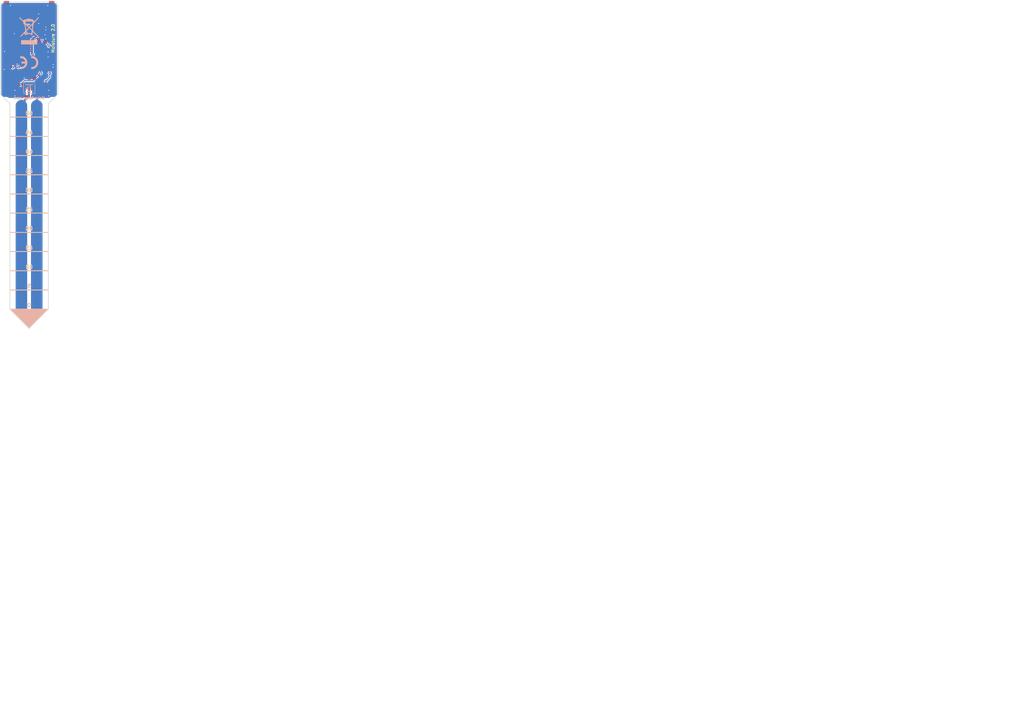
<source format=kicad_pcb>
(kicad_pcb (version 4) (host pcbnew 4.0.7-e2-6376~58~ubuntu17.04.1)
  (title_block (title "Moisture Bricklet") (rev 1.1) (company "Tinkerforge GmbH") (comment 1 "Licensed under CERN OHL v.1.1") (comment 2 "Copyright (©) 2014, B.Nordmeyer <bastian@tinkerforge.com>"))
  (layers (0 F.Cu signal) (31 B.Cu signal hide) (34 B.Paste user) (35 F.Paste user) (36 B.SilkS user) (37 F.SilkS user) (38 B.Mask user) (39 F.Mask user) (44 Edge.Cuts user))
  (net 0 "")
  (net 1 GND)
  (net 2 VCC)
  (net 3 "Net-(P1-Pad4)")
  (net 4 "Net-(P1-Pad5)")
  (net 5 "Net-(P1-Pad6)")
  (net 6 "Net-(R3-Pad1)")
  (net 7 CLK-EN)
  (net 8 S-MISO)
  (net 9 S-MOSI)
  (net 10 S-CLK)
  (net 11 S-CS)
  (net 12 SCL)
  (net 13 SDA)
  (net 14 "Net-(C2-Pad2)")
  (net 15 "Net-(C6-Pad1)")
  (net 16 "Net-(C9-Pad1)")
  (net 17 "Net-(C10-Pad1)")
  (net 18 "Net-(D1-Pad2)")
  (net 19 "Net-(D2-Pad1)")
  (net 20 "Net-(P2-Pad1)")
  (net 21 "Net-(Q1-Pad3)")
  (net 22 "Net-(R1-Pad1)")
  (net 23 "Net-(R6-Pad1)")
  (net 24 "Net-(P3-Pad2)")
  (net 25 SIG)
  (module C0603F (layer F.Cu) (at 139.4 77.8)
    (fp_text reference C5)
    (fp_text value 1uF)
    (pad 1 smd rect (at -0.75 0) (size 0.9 0.9) (layers F.Cu F.Paste F.Mask) (net 2 VCC))
    (pad 2 smd rect (at 0.75 0) (size 0.9 0.9) (layers F.Cu F.Paste F.Mask) (net 1 GND))
  )
  (module C0603F (layer F.Cu) (at 139.4 80.4)
    (fp_text reference C6)
    (fp_text value 1uF)
    (pad 1 smd rect (at -0.75 0) (size 0.9 0.9) (layers F.Cu F.Paste F.Mask) (net 15 "Net-(C6-Pad1)"))
    (pad 2 smd rect (at 0.75 0) (size 0.9 0.9) (layers F.Cu F.Paste F.Mask) (net 1 GND))
  )
  (module C0603F (layer F.Cu) (at 139.4 81.7)
    (fp_text reference C7)
    (fp_text value 100nF)
    (pad 1 smd rect (at -0.75 0) (size 0.9 0.9) (layers F.Cu F.Paste F.Mask) (net 15 "Net-(C6-Pad1)"))
    (pad 2 smd rect (at 0.75 0) (size 0.9 0.9) (layers F.Cu F.Paste F.Mask) (net 1 GND))
  )
  (module C0603F (layer F.Cu) (at 130.3 84.1 180)
    (fp_text reference C8)
    (fp_text value 100nF)
    (pad 1 smd rect (at -0.75 0 180) (size 0.9 0.9) (layers F.Cu F.Paste F.Mask) (net 2 VCC))
    (pad 2 smd rect (at 0.75 0 180) (size 0.9 0.9) (layers F.Cu F.Paste F.Mask) (net 1 GND))
  )
  (module C0603F (layer F.Cu) (at 139.5 91.8)
    (fp_text reference C9)
    (fp_text value TBD)
    (pad 1 smd rect (at -0.75 0) (size 0.9 0.9) (layers F.Cu F.Paste F.Mask) (net 16 "Net-(C9-Pad1)"))
    (pad 2 smd rect (at 0.75 0) (size 0.9 0.9) (layers F.Cu F.Paste F.Mask) (net 1 GND))
  )
  (module C0603F (layer F.Cu) (at 133.9 91.8 180)
    (fp_text reference C10)
    (fp_text value TBD)
    (pad 1 smd rect (at -0.75 0 180) (size 0.9 0.9) (layers F.Cu F.Paste F.Mask) (net 17 "Net-(C10-Pad1)"))
    (pad 2 smd rect (at 0.75 0 180) (size 0.9 0.9) (layers F.Cu F.Paste F.Mask) (net 1 GND))
  )
  (module R0603F (layer F.Cu) (at 136 87.9 90)
    (fp_text reference R5)
    (fp_text value 68)
    (pad 1 smd rect (at -0.75 0 90) (size 0.9 0.9) (layers F.Cu F.Paste F.Mask) (net 25 SIG))
    (pad 2 smd rect (at 0.75 0 90) (size 0.9 0.9) (layers F.Cu F.Paste F.Mask) (net 21 "Net-(Q1-Pad3)"))
  )
  (module R0603F (layer F.Cu) (at 134.6 89.6 270)
    (fp_text reference R6)
    (fp_text value 1k)
    (pad 1 smd rect (at -0.75 0 270) (size 0.9 0.9) (layers F.Cu F.Paste F.Mask) (net 23 "Net-(R6-Pad1)"))
    (pad 2 smd rect (at 0.75 0 270) (size 0.9 0.9) (layers F.Cu F.Paste F.Mask) (net 17 "Net-(C10-Pad1)"))
  )
  (module R0603F (layer F.Cu) (at 133.1 89.6 90)
    (fp_text reference R7)
    (fp_text value DNP)
    (pad 1 smd rect (at -0.75 0 90) (size 0.9 0.9) (layers F.Cu F.Paste F.Mask) (net 1 GND))
    (pad 2 smd rect (at 0.75 0 90) (size 0.9 0.9) (layers F.Cu F.Paste F.Mask) (net 23 "Net-(R6-Pad1)"))
  )
  (module 4X0402 (layer F.Cu) (at 134.2 74.4 180)
    (fp_text reference RP1)
    (fp_text value TBD)
    (pad 1 smd rect (at -0.7493 0.575) (size 0.29972 0.65) (layers F.Cu F.Paste F.Mask) (net 3 "Net-(P1-Pad4)"))
    (pad 2 smd rect (at -0.24892 0.575) (size 0.29972 0.65) (layers F.Cu F.Paste F.Mask) (net 4 "Net-(P1-Pad5)"))
    (pad 3 smd rect (at 0.24892 0.575) (size 0.29972 0.65) (layers F.Cu F.Paste F.Mask) (net 5 "Net-(P1-Pad6)"))
    (pad 4 smd rect (at 0.7493 0.575) (size 0.29972 0.65) (layers F.Cu F.Paste F.Mask) (net 14 "Net-(C2-Pad2)"))
    (pad 5 smd rect (at 0.7493 -0.575 180) (size 0.29972 0.65) (layers F.Cu F.Paste F.Mask) (net 8 S-MISO))
    (pad 6 smd rect (at 0.24892 -0.575 180) (size 0.29972 0.65) (layers F.Cu F.Paste F.Mask) (net 9 S-MOSI))
    (pad 7 smd rect (at -0.24892 -0.575 180) (size 0.29972 0.65) (layers F.Cu F.Paste F.Mask) (net 10 S-CLK))
    (pad 8 smd rect (at -0.7493 -0.575 180) (size 0.29972 0.65) (layers F.Cu F.Paste F.Mask) (net 11 S-CS))
  )
  (module 4X0603 (layer F.Cu) (at 136.8 84.5 90)
    (fp_text reference RP2)
    (fp_text value 1k)
    (pad 1 smd rect (at -1.19888 -0.8509 90) (size 0.44958 0.89916) (layers F.Cu F.Paste F.Mask) (net 2 VCC))
    (pad 2 smd rect (at -0.39878 -0.8509 90) (size 0.44958 0.89916) (layers F.Cu F.Paste F.Mask) (net 2 VCC))
    (pad 3 smd rect (at 0.39878 -0.8509 90) (size 0.44958 0.89916) (layers F.Cu F.Paste F.Mask) (net 2 VCC))
    (pad 4 smd rect (at 1.19888 -0.8509 90) (size 0.44958 0.89916) (layers F.Cu F.Paste F.Mask) (net 2 VCC))
    (pad 5 smd rect (at 1.19888 0.8509 90) (size 0.44958 0.89916) (layers F.Cu F.Paste F.Mask) (net 13 SDA))
    (pad 6 smd rect (at 0.39878 0.8509 90) (size 0.44958 0.89916) (layers F.Cu F.Paste F.Mask))
    (pad 7 smd rect (at -0.39878 0.8509 90) (size 0.44958 0.89916) (layers F.Cu F.Paste F.Mask))
    (pad 8 smd rect (at -1.19888 0.8509 90) (size 0.44958 0.89916) (layers F.Cu F.Paste F.Mask) (net 12 SCL))
  )
  (module C0805 (layer F.Cu) (at 138.5 74.3 180)
    (fp_text reference C1)
    (fp_text value 10uF)
    (pad 1 smd rect (at -1.00076 0 180) (size 1.00076 1.24968) (layers F.Cu F.Paste F.Mask) (net 1 GND) (clearance 0.14986))
    (pad 2 smd rect (at 1.00076 0 180) (size 1.00076 1.24968) (layers F.Cu F.Paste F.Mask) (net 2 VCC) (clearance 0.14986))
  )
  (module C0603F (layer F.Cu) (at 138.6 75.9 180)
    (fp_text reference C3)
    (fp_text value 1uF)
    (pad 1 smd rect (at -0.75 0 180) (size 0.9 0.9) (layers F.Cu F.Paste F.Mask) (net 1 GND))
    (pad 2 smd rect (at 0.75 0 180) (size 0.9 0.9) (layers F.Cu F.Paste F.Mask) (net 2 VCC))
  )
  (module C0603F (layer F.Cu) (at 133.85 82.85 180)
    (fp_text reference C4)
    (fp_text value 100nF)
    (pad 1 smd rect (at -0.75 0 180) (size 0.9 0.9) (layers F.Cu F.Paste F.Mask) (net 2 VCC))
    (pad 2 smd rect (at 0.75 0 180) (size 0.9 0.9) (layers F.Cu F.Paste F.Mask) (net 1 GND))
  )
  (module D0603E (layer F.Cu) (at 130.3 82.7 180)
    (fp_text reference D1)
    (fp_text value blue)
    (pad 1 smd rect (at -0.8501 0 180) (size 1.1 1) (layers F.Cu F.Paste F.Mask) (net 2 VCC))
    (pad 2 smd rect (at 0.8501 0 180) (size 1.1 1) (layers F.Cu F.Paste F.Mask) (net 18 "Net-(D1-Pad2)"))
  )
  (module CON-SENSOR2 (layer F.Cu) (at 136 67.1 180)
    (fp_text reference P1)
    (fp_text value CON-SENSOR2)
    (pad 1 smd rect (at -3.75 -4.6 180) (size 0.6 1.8) (layers F.Cu F.Paste F.Mask))
    (pad 2 smd rect (at -2.5 -4.6 180) (size 0.6 1.8) (layers F.Cu F.Paste F.Mask) (net 1 GND))
    (pad EP smd rect (at -5.9 -1.2 180) (size 1.4 2.4) (layers F.Cu F.Paste F.Mask) (net 1 GND))
    (pad EP smd rect (at 5.9 -1.2 180) (size 1.4 2.4) (layers F.Cu F.Paste F.Mask) (net 1 GND))
    (pad 3 smd rect (at -1.25 -4.6 180) (size 0.6 1.8) (layers F.Cu F.Paste F.Mask) (net 2 VCC))
    (pad 4 smd rect (at 0 -4.6 180) (size 0.6 1.8) (layers F.Cu F.Paste F.Mask) (net 3 "Net-(P1-Pad4)"))
    (pad 5 smd rect (at 1.25 -4.6 180) (size 0.6 1.8) (layers F.Cu F.Paste F.Mask) (net 4 "Net-(P1-Pad5)"))
    (pad 6 smd rect (at 2.5 -4.6 180) (size 0.6 1.8) (layers F.Cu F.Paste F.Mask) (net 5 "Net-(P1-Pad6)"))
    (pad 7 smd rect (at 3.75 -4.6 180) (size 0.6 1.8) (layers F.Cu F.Paste F.Mask) (net 14 "Net-(C2-Pad2)"))
  )
  (module kicad-libraries:DEBUG_PAD (layer F.Cu) (at 129.8 77.4)
    (fp_text reference P2)
    (fp_text value DEBUG)
    (pad 1 smd circle (at 0 0) (size 0.7 0.7) (layers F.Cu F.Paste F.Mask) (net 20 "Net-(P2-Pad1)"))
  )
  (module kicad-libraries:SolderJumper (layer F.Cu) (at 130.1 79.2)
    (fp_text reference P3)
    (fp_text value BOOT)
    (pad 2 smd rect (at 0.55 0) (size 0.3 1.4) (layers F.Cu F.Mask) (net 24 "Net-(P3-Pad2)"))
    (pad 2 smd rect (at 0.15 0) (size 0.6 0.5) (layers F.Cu F.Mask) (net 24 "Net-(P3-Pad2)"))
    (pad 1 smd rect (at -0.5 0) (size 0.4 1.4) (layers F.Cu F.Mask) (net 1 GND))
    (pad 1 smd rect (at -0.225 0.55) (size 0.95 0.3) (layers F.Cu F.Mask) (net 1 GND))
    (pad 1 smd rect (at -0.225 -0.55) (size 0.95 0.3) (layers F.Cu F.Mask) (net 1 GND))
  )
  (module R0603F (layer F.Cu) (at 130.3 81.3 180)
    (fp_text reference R1)
    (fp_text value 1k)
    (pad 1 smd rect (at -0.75 0 180) (size 0.9 0.9) (layers F.Cu F.Paste F.Mask) (net 22 "Net-(R1-Pad1)"))
    (pad 2 smd rect (at 0.75 0 180) (size 0.9 0.9) (layers F.Cu F.Paste F.Mask) (net 18 "Net-(D1-Pad2)"))
  )
  (module R0603F (layer F.Cu) (at 137.4 87.9 90)
    (fp_text reference R2)
    (fp_text value 68)
    (pad 1 smd rect (at -0.75 0 90) (size 0.9 0.9) (layers F.Cu F.Paste F.Mask) (net 19 "Net-(D2-Pad1)"))
    (pad 2 smd rect (at 0.75 0 90) (size 0.9 0.9) (layers F.Cu F.Paste F.Mask) (net 21 "Net-(Q1-Pad3)"))
  )
  (module R0603F (layer F.Cu) (at 138.8 89.6 270)
    (fp_text reference R3)
    (fp_text value 1k)
    (pad 1 smd rect (at -0.75 0 270) (size 0.9 0.9) (layers F.Cu F.Paste F.Mask) (net 6 "Net-(R3-Pad1)"))
    (pad 2 smd rect (at 0.75 0 270) (size 0.9 0.9) (layers F.Cu F.Paste F.Mask) (net 16 "Net-(C9-Pad1)"))
  )
  (module R0603F (layer F.Cu) (at 140.3 89.6 90)
    (fp_text reference R4)
    (fp_text value DNP)
    (pad 1 smd rect (at -0.75 0 90) (size 0.9 0.9) (layers F.Cu F.Paste F.Mask) (net 1 GND))
    (pad 2 smd rect (at 0.75 0 90) (size 0.9 0.9) (layers F.Cu F.Paste F.Mask) (net 6 "Net-(R3-Pad1)"))
  )
  (module kicad-libraries:QFN24-4x4mm-0.5mm (layer F.Cu) (at 134.5 79)
    (fp_text reference U1)
    (fp_text value XMC1XXX24)
    (pad 1 smd oval (at -2.025 -1.25) (size 1 0.3) (layers F.Cu F.Paste F.Mask) (net 8 S-MISO))
    (pad 2 smd oval (at -2.025 -0.75) (size 1 0.3) (layers F.Cu F.Paste F.Mask) (net 20 "Net-(P2-Pad1)"))
    (pad 3 smd oval (at -2.025 -0.25) (size 1 0.3) (layers F.Cu F.Paste F.Mask))
    (pad 4 smd oval (at -2.025 0.25) (size 1 0.3) (layers F.Cu F.Paste F.Mask) (net 24 "Net-(P3-Pad2)"))
    (pad 5 smd oval (at -2.025 0.75) (size 1 0.3) (layers F.Cu F.Paste F.Mask))
    (pad 6 smd oval (at -2.025 1.25) (size 1 0.3) (layers F.Cu F.Paste F.Mask))
    (pad 7 smd oval (at -1.25 2.025 90) (size 1 0.3) (layers F.Cu F.Paste F.Mask) (net 22 "Net-(R1-Pad1)"))
    (pad 8 smd oval (at -0.75 2.025 90) (size 1 0.3) (layers F.Cu F.Paste F.Mask) (net 7 CLK-EN))
    (pad 9 smd oval (at -0.25 2.025 90) (size 1 0.3) (layers F.Cu F.Paste F.Mask) (net 1 GND))
    (pad 10 smd oval (at 0.25 2.025 90) (size 1 0.3) (layers F.Cu F.Paste F.Mask) (net 2 VCC))
    (pad 11 smd oval (at 0.75 2.025 90) (size 1 0.3) (layers F.Cu F.Paste F.Mask))
    (pad 12 smd oval (at 1.25 2.025 90) (size 1 0.3) (layers F.Cu F.Paste F.Mask))
    (pad 13 smd oval (at 2.025 1.25) (size 1 0.3) (layers F.Cu F.Paste F.Mask))
    (pad 14 smd oval (at 2.025 0.75) (size 1 0.3) (layers F.Cu F.Paste F.Mask))
    (pad 15 smd oval (at 2.025 0.25) (size 1 0.3) (layers F.Cu F.Paste F.Mask))
    (pad 16 smd oval (at 2.025 -0.25) (size 1 0.3) (layers F.Cu F.Paste F.Mask))
    (pad 17 smd oval (at 2.025 -0.75) (size 1 0.3) (layers F.Cu F.Paste F.Mask) (net 13 SDA))
    (pad 18 smd oval (at 2.025 -1.25) (size 1 0.3) (layers F.Cu F.Paste F.Mask))
    (pad 19 smd oval (at 1.25 -2.025 90) (size 1 0.3) (layers F.Cu F.Paste F.Mask) (net 12 SCL))
    (pad 20 smd oval (at 0.75 -2.025 90) (size 1 0.3) (layers F.Cu F.Paste F.Mask))
    (pad 21 smd oval (at 0.25 -2.025 90) (size 1 0.3) (layers F.Cu F.Paste F.Mask))
    (pad 22 smd oval (at -0.25 -2.025 90) (size 1 0.3) (layers F.Cu F.Paste F.Mask) (net 11 S-CS))
    (pad 23 smd oval (at -0.75 -2.025 90) (size 1 0.3) (layers F.Cu F.Paste F.Mask) (net 10 S-CLK))
    (pad 24 smd oval (at -1.25 -2.025 90) (size 1 0.3) (layers F.Cu F.Paste F.Mask) (net 9 S-MOSI))
    (pad EXP smd rect (at 0.65 0.65) (size 1.3 1.3) (layers F.Cu F.Paste F.Mask) (net 1 GND))
    (pad EXP smd rect (at 0.65 -0.65) (size 1.3 1.3) (layers F.Cu F.Paste F.Mask) (net 1 GND))
    (pad EXP smd rect (at -0.65 0.65) (size 1.3 1.3) (layers F.Cu F.Paste F.Mask) (net 1 GND))
    (pad EXP smd rect (at -0.65 -0.65) (size 1.3 1.3) (layers F.Cu F.Paste F.Mask) (net 1 GND))
  )
  (module R0603F (layer F.Cu) (at 139.4 79.1)
    (fp_text reference L1)
    (fp_text value INDUCT)
    (pad 1 smd rect (at -0.75 0) (size 0.9 0.9) (layers F.Cu F.Paste F.Mask) (net 2 VCC))
    (pad 2 smd rect (at 0.75 0) (size 0.9 0.9) (layers F.Cu F.Paste F.Mask) (net 15 "Net-(C6-Pad1)"))
  )
  (module CRYSTAL_3225_4 (layer F.Cu) (at 132.6 86.3)
    (fp_text reference Q1)
    (fp_text value Oscillator)
    (pad 4 smd rect (at -1.09982 -0.8001) (size 1.39954 1.15062) (layers F.Cu F.Paste F.Mask) (net 2 VCC))
    (pad 3 smd rect (at 1.09982 -0.8001) (size 1.39954 1.15062) (layers F.Cu F.Paste F.Mask) (net 21 "Net-(Q1-Pad3)"))
    (pad 1 smd rect (at -1.09982 0.8001) (size 1.39954 1.15062) (layers F.Cu F.Paste F.Mask) (net 7 CLK-EN))
    (pad 2 smd rect (at 1.09982 0.8001) (size 1.39954 1.15062) (layers F.Cu F.Paste F.Mask) (net 1 GND))
  )
  (module kicad-libraries:Logo_31x31 (layer B.Cu) (at 137.6 88.15 180)
    (fp_text reference G*** hide)
    (fp_text value Logo_31x31 hide)
  )
  (module kicad-libraries:WEEE_7mm (layer B.Cu) (at 136 74.85 180)
    (fp_text reference VAL hide)
    (fp_text value WEEE_7mm hide)
  )
  (module kicad-libraries:CE_5mm (layer B.Cu) (at 136 83.15 180)
    (fp_text reference VAL hide)
    (fp_text value CE_5mm hide)
  )
  (module kicad-libraries:SOT23-6 (layer F.Cu) (at 140.2 84.1 90)
    (fp_text reference U2)
    (fp_text value MCP3425)
    (pad 1 smd rect (at -0.94996 1.19888 90) (size 0.50038 0.8001) (layers F.Cu F.Paste F.Mask) (net 6 "Net-(R3-Pad1)") (clearance 0.14986))
    (pad 2 smd rect (at 0 1.19888 90) (size 0.50038 0.8001) (layers F.Cu F.Paste F.Mask) (net 1 GND) (clearance 0.14986))
    (pad 3 smd rect (at 0.94996 1.19888 90) (size 0.50038 0.8001) (layers F.Cu F.Paste F.Mask) (net 12 SCL) (clearance 0.14986))
    (pad 6 smd rect (at -0.94996 -1.19888 90) (size 0.50038 0.8001) (layers F.Cu F.Paste F.Mask) (net 23 "Net-(R6-Pad1)") (clearance 0.14986))
    (pad 4 smd rect (at 0.94996 -1.19888 90) (size 0.50038 0.8001) (layers F.Cu F.Paste F.Mask) (net 13 SDA) (clearance 0.14986))
    (pad 5 smd rect (at 0 -1.19888 90) (size 0.50038 0.8001) (layers F.Cu F.Paste F.Mask) (net 15 "Net-(C6-Pad1)") (clearance 0.14986))
  )
  (module kicad-libraries:SOT363 (layer F.Cu) (at 136.7 91 270)
    (fp_text reference D2)
    (fp_text value BAT54TW)
    (pad 1 smd rect (at -0.9 -0.75 270) (size 0.6 0.6) (layers F.Cu F.Paste F.Mask) (net 19 "Net-(D2-Pad1)"))
    (pad 3 smd rect (at -0.9 0.75 270) (size 0.6 0.6) (layers F.Cu F.Paste F.Mask) (net 25 SIG))
    (pad 4 smd rect (at 0.9 0.75 270) (size 0.6 0.6) (layers F.Cu F.Paste F.Mask) (net 17 "Net-(C10-Pad1)"))
    (pad 6 smd rect (at 0.9 -0.75 270) (size 0.6 0.6) (layers F.Cu F.Paste F.Mask) (net 16 "Net-(C9-Pad1)"))
    (pad 2 smd rect (at -0.9 0 270) (size 0.6 0.4) (layers F.Cu F.Paste F.Mask))
    (pad 5 smd rect (at 0.9 0 270) (size 0.6 0.4) (layers F.Cu F.Paste F.Mask))
  )
  (module kicad-libraries:C0402F (layer F.Cu) (at 132.4 74.25 90)
    (fp_text reference C2)
    (fp_text value TBD)
    (pad 2 smd rect (at 0.5 0 90) (size 0.6 0.7) (layers F.Cu F.Paste F.Mask) (net 14 "Net-(C2-Pad2)"))
    (pad 1 smd rect (at -0.5 0 90) (size 0.6 0.7) (layers F.Cu F.Paste F.Mask) (net 1 GND))
  )
  (gr_line (start 131 93.85) (end 131 147.35) (angle 90) (layer Edge.Cuts) (width 0.15))
  (gr_line (start 141 147.35) (end 141 93.85) (angle 90) (layer Edge.Cuts) (width 0.15))
  (gr_line (start 128.5 91.35) (end 131 93.85) (angle 90) (layer Edge.Cuts) (width 0.15))
  (gr_line (start 143.5 91.35) (end 141 93.85) (angle 90) (layer Edge.Cuts) (width 0.15))
  (gr_line (start 131 147.35) (end 136 152.35) (angle 90) (layer F.SilkS) (width 0.2))
  (gr_text 0 (at 136 146.35) (layer B.SilkS) (effects (font (size 1 1)) (justify mirror)))
  (gr_text 5 (at 136 141.35) (layer B.SilkS) (effects (font (size 1 1)) (justify mirror)))
  (gr_text 10 (at 136 136.35) (layer B.SilkS) (effects (font (size 1 1)) (justify mirror)))
  (gr_text 15 (at 136 131.35) (layer B.SilkS) (effects (font (size 1 1)) (justify mirror)))
  (gr_text 20 (at 136 126.35) (layer B.SilkS) (effects (font (size 1 1)) (justify mirror)))
  (gr_text 25 (at 136 121.35) (layer B.SilkS) (effects (font (size 1 1)) (justify mirror)))
  (gr_text 30 (at 136 116.35) (layer B.SilkS) (effects (font (size 1 1)) (justify mirror)))
  (gr_text 35 (at 136 111.35) (layer B.SilkS) (effects (font (size 1 1)) (justify mirror)))
  (gr_text 40 (at 136 106.35) (layer B.SilkS) (effects (font (size 1 1)) (justify mirror)))
  (gr_text 45 (at 136 101.35) (layer B.SilkS) (effects (font (size 1 1)) (justify mirror)))
  (gr_text 50 (at 136 96.35) (layer B.SilkS) (effects (font (size 1 1)) (justify mirror)))
  (gr_text 50 (at 136 96.35) (layer F.SilkS) (effects (font (size 1 1))))
  (gr_line (start 141 97.35) (end 131 97.35) (angle 90) (layer F.SilkS) (width 0.2))
  (gr_line (start 141 97.35) (end 131 97.35) (angle 90) (layer B.SilkS) (width 0.2))
  (gr_text 45 (at 136 101.35) (layer F.SilkS) (effects (font (size 1 1))))
  (gr_text 40 (at 136 106.35) (layer F.SilkS) (effects (font (size 1 1))))
  (gr_text 35 (at 136 111.35) (layer F.SilkS) (effects (font (size 1 1))))
  (gr_text 30 (at 136 116.35) (layer F.SilkS) (effects (font (size 1 1))))
  (gr_text 25 (at 136 121.35) (layer F.SilkS) (effects (font (size 1 1))))
  (gr_text 20 (at 136 126.35) (layer F.SilkS) (effects (font (size 1 1))))
  (gr_text 15 (at 136 131.35) (layer F.SilkS) (effects (font (size 1 1))))
  (gr_text 10 (at 136 136.35) (layer F.SilkS) (effects (font (size 1 1))))
  (gr_text 5 (at 136 141.35) (layer F.SilkS) (effects (font (size 1 1))))
  (gr_text 0 (at 136 146.35) (layer F.SilkS) (effects (font (size 1 1))))
  (gr_line (start 141 117.35) (end 131 117.35) (angle 90) (layer B.SilkS) (width 0.2))
  (gr_line (start 141 102.35) (end 131 102.35) (angle 90) (layer B.SilkS) (width 0.2))
  (gr_line (start 131 107.35) (end 141 107.35) (angle 90) (layer B.SilkS) (width 0.2))
  (gr_line (start 141 112.35) (end 131 112.35) (angle 90) (layer B.SilkS) (width 0.2))
  (gr_line (start 131 122.35) (end 141 122.35) (angle 90) (layer B.SilkS) (width 0.2))
  (gr_line (start 141 127.35) (end 131 127.35) (angle 90) (layer B.SilkS) (width 0.2))
  (gr_line (start 131 132.35) (end 141 132.35) (angle 90) (layer B.SilkS) (width 0.2))
  (gr_line (start 141 137.35) (end 131 137.35) (angle 90) (layer B.SilkS) (width 0.2))
  (gr_line (start 131 142.35) (end 141 142.35) (angle 90) (layer B.SilkS) (width 0.2))
  (gr_line (start 141 147.35) (end 131 147.35) (angle 90) (layer B.SilkS) (width 0.2))
  (gr_line (start 141 102.35) (end 131 102.35) (angle 90) (layer F.SilkS) (width 0.2))
  (gr_line (start 141 107.35) (end 131 107.35) (angle 90) (layer F.SilkS) (width 0.2))
  (gr_line (start 141 112.35) (end 131 112.35) (angle 90) (layer F.SilkS) (width 0.2))
  (gr_line (start 141 117.35) (end 131 117.35) (angle 90) (layer F.SilkS) (width 0.2))
  (gr_line (start 141 122.35) (end 131 122.35) (angle 90) (layer F.SilkS) (width 0.2))
  (gr_line (start 141 127.35) (end 131 127.35) (angle 90) (layer F.SilkS) (width 0.2))
  (gr_line (start 141 132.35) (end 131 132.35) (angle 90) (layer F.SilkS) (width 0.2))
  (gr_line (start 141 137.35) (end 131 137.35) (angle 90) (layer F.SilkS) (width 0.2))
  (gr_line (start 141 142.35) (end 131 142.35) (angle 90) (layer F.SilkS) (width 0.2))
  (gr_line (start 141 147.35) (end 131 147.35) (angle 90) (layer F.SilkS) (width 0.2))
  (gr_line (start 143.5 68.35) (end 143.5 91.35) (angle 90) (layer Edge.Cuts) (width 0.15))
  (gr_line (start 129.5 67.35) (end 142.5 67.35) (angle 90) (layer Edge.Cuts) (width 0.15))
  (gr_line (start 128.5 91.35) (end 128.5 68.35) (angle 90) (layer Edge.Cuts) (width 0.15))
  (gr_arc (start 142.5 68.35) (end 142.5 67.35) (angle 90) (layer Edge.Cuts) (width 0.15))
  (gr_arc (start 129.5 68.35) (end 128.5 68.35) (angle 90) (layer Edge.Cuts) (width 0.15))
  (gr_line (start 136 152.35) (end 141 147.35) (angle 90) (layer Edge.Cuts) (width 0.15))
  (gr_line (start 136 152.35) (end 131 147.35) (angle 90) (layer Edge.Cuts) (width 0.15))
  (gr_text "Moisture 2.0" (at 142.25 76.85 90) (layer F.SilkS) (effects (font (size 0.8 0.8))))
  (gr_text tinkerforge.com (at 136 92.35) (layer B.SilkS) (effects (font (size 0.7 0.7)) (justify mirror)))
  (segment (start 129.6 79.2) (end 129.6 78.675) (width 0.254) (layer F.Cu) (net 1))
  (segment (start 129.6 78.675) (end 129.625 78.65) (width 0.254) (layer F.Cu) (net 1))
  (segment (start 129.625 78.65) (end 129.6 79.2) (width 0.254) (layer F.Cu) (net 1))
  (segment (start 129.6 79.2) (end 129.6 79.75) (width 0.254) (layer F.Cu) (net 1))
  (segment (start 129.6 79.2) (end 129.6 79.75) (width 0.254) (layer F.Cu) (net 1))
  (segment (start 129.6 79.2) (end 129.6 79.15) (width 0.254) (layer F.Cu) (net 1))
  (segment (start 138 147.35) (end 138 94.35) (width 3) (layer B.Cu) (net 1))
  (segment (start 138.05 91.8) (end 138 91.85) (width 0.5) (layer B.Cu) (net 1))
  (segment (start 138 91.85) (end 138 94.35) (width 0.5) (layer B.Cu) (net 1))
  (segment (start 141.15 91.8) (end 140.25 91.8) (width 0.5) (layer F.Cu) (net 1))
  (via (at 141.15 91.8) (size 0.7) (drill 0.25) (layers F.Cu B.Cu) (net 1))
  (segment (start 141.15 91.8) (end 138.05 91.8) (width 0.5) (layer B.Cu) (net 1))
  (segment (start 129.6 79.2) (end 129.625 79.225) (width 0.254) (layer F.Cu) (net 1))
  (segment (start 129.625 79.225) (end 129.625 80.275) (width 0.254) (layer F.Cu) (net 1))
  (via (at 129.625 80.275) (size 0.7) (drill 0.25) (layers F.Cu B.Cu) (net 1))
  (segment (start 141.39888 84.1) (end 142 84.1) (width 0.5) (layer F.Cu) (net 1))
  (via (at 142.275 84.375) (size 0.7) (drill 0.25) (layers F.Cu B.Cu) (net 1))
  (segment (start 142 84.1) (end 142.275 84.375) (width 0.5) (layer F.Cu) (net 1))
  (segment (start 141.39888 84.1) (end 141.85 84.1) (width 0.5) (layer F.Cu) (net 1))
  (via (at 142.275 83.675) (size 0.7) (drill 0.25) (layers F.Cu B.Cu) (net 1))
  (segment (start 141.85 84.1) (end 142.275 83.675) (width 0.5) (layer F.Cu) (net 1))
  (segment (start 129.55 84.1) (end 129.55 84.9) (width 0.5) (layer F.Cu) (net 1))
  (via (at 129.55 84.9) (size 0.7) (drill 0.25) (layers F.Cu B.Cu) (net 1))
  (segment (start 133.1 82.85) (end 133.1 83.325) (width 0.5) (layer F.Cu) (net 1))
  (via (at 132.9 83.525) (size 0.7) (drill 0.25) (layers F.Cu B.Cu) (net 1))
  (segment (start 133.1 83.325) (end 132.9 83.525) (width 0.5) (layer F.Cu) (net 1))
  (segment (start 140.15 77.8) (end 140.15 77.15) (width 0.5) (layer F.Cu) (net 1))
  (via (at 140.325 76.975) (size 0.7) (drill 0.25) (layers F.Cu B.Cu) (net 1))
  (segment (start 140.15 77.15) (end 140.325 76.975) (width 0.254) (layer F.Cu) (net 1))
  (segment (start 135.15 78.35) (end 135.15 79.65) (width 0.254) (layer F.Cu) (net 1))
  (segment (start 133.85 78.35) (end 135.15 78.35) (width 0.254) (layer F.Cu) (net 1))
  (segment (start 133.85 79.65) (end 133.85 78.35) (width 0.254) (layer F.Cu) (net 1))
  (segment (start 134.25 81.025) (end 134.25 80.05) (width 0.254) (layer F.Cu) (net 1))
  (segment (start 134.25 80.05) (end 133.85 79.65) (width 0.254) (layer F.Cu) (net 1))
  (segment (start 134.25 81.025) (end 134.25 81.9) (width 0.254) (layer F.Cu) (net 1))
  (segment (start 133.9 82.05) (end 133.1 82.85) (width 0.254) (layer F.Cu) (net 1))
  (segment (start 134.1 82.05) (end 133.9 82.05) (width 0.254) (layer F.Cu) (net 1))
  (segment (start 134.25 81.9) (end 134.1 82.05) (width 0.254) (layer F.Cu) (net 1))
  (segment (start 140.15 81.7) (end 140.95 81.7) (width 0.5) (layer F.Cu) (net 1))
  (via (at 140.95 81.7) (size 0.7) (drill 0.25) (layers F.Cu B.Cu) (net 1))
  (segment (start 140.15 80.4) (end 140.95 80.4) (width 0.5) (layer F.Cu) (net 1))
  (via (at 140.95 80.4) (size 0.7) (drill 0.25) (layers F.Cu B.Cu) (net 1))
  (segment (start 141.9 68.3) (end 140.85 68.3) (width 0.5) (layer F.Cu) (net 1))
  (via (at 140.85 68.3) (size 0.7) (drill 0.25) (layers F.Cu B.Cu) (net 1))
  (segment (start 130.1 68.3) (end 131.15 68.3) (width 0.5) (layer F.Cu) (net 1))
  (via (at 131.15 68.3) (size 0.7) (drill 0.25) (layers F.Cu B.Cu) (net 1))
  (segment (start 138.5 71.7) (end 138.5 70.45) (width 0.5) (layer F.Cu) (net 1))
  (via (at 138.5 70.45) (size 0.7) (drill 0.25) (layers F.Cu B.Cu) (net 1))
  (segment (start 138.5 71.7) (end 138.5 72.95) (width 0.5) (layer F.Cu) (net 1))
  (via (at 138.5 72.95) (size 0.7) (drill 0.25) (layers F.Cu B.Cu) (net 1))
  (segment (start 139.50076 74.3) (end 139.95 74.3) (width 0.5) (layer F.Cu) (net 1))
  (segment (start 139.95 74.3) (end 140.35 73.9) (width 0.5) (layer F.Cu) (net 1))
  (via (at 140.35 73.9) (size 0.7) (drill 0.25) (layers F.Cu B.Cu) (net 1))
  (segment (start 139.50076 74.3) (end 140.05 74.3) (width 0.5) (layer F.Cu) (net 1))
  (via (at 140.35 74.6) (size 0.7) (drill 0.25) (layers F.Cu B.Cu) (net 1))
  (segment (start 140.05 74.3) (end 140.35 74.6) (width 0.5) (layer F.Cu) (net 1))
  (segment (start 139.35 75.9) (end 140.15 75.9) (width 0.5) (layer F.Cu) (net 1))
  (via (at 140.15 75.9) (size 0.7) (drill 0.25) (layers F.Cu B.Cu) (net 1))
  (segment (start 133.69982 87.1001) (end 134.7499 87.1001) (width 0.5) (layer F.Cu) (net 1))
  (via (at 134.75 87.1) (size 0.7) (drill 0.25) (layers F.Cu B.Cu) (net 1))
  (segment (start 134.7499 87.1001) (end 134.75 87.1) (width 0.5) (layer F.Cu) (net 1))
  (segment (start 140.3 90.35) (end 141.15 90.35) (width 0.5) (layer F.Cu) (net 1))
  (via (at 141.15 90.35) (size 0.7) (drill 0.25) (layers F.Cu B.Cu) (net 1))
  (segment (start 133.15 91.8) (end 132.3 91.8) (width 0.5) (layer F.Cu) (net 1))
  (via (at 132.3 91.8) (size 0.7) (drill 0.25) (layers F.Cu B.Cu) (net 1))
  (segment (start 133.1 90.35) (end 132.3 90.35) (width 0.5) (layer F.Cu) (net 1))
  (via (at 132.3 90.35) (size 0.7) (drill 0.25) (layers F.Cu B.Cu) (net 1))
  (segment (start 132.4 74.9) (end 132.4 75.325) (width 0.254) (layer F.Cu) (net 1))
  (via (at 132.15 75.6) (size 0.7) (drill 0.25) (layers F.Cu B.Cu) (net 1))
  (segment (start 132.15 75.575) (end 132.15 75.6) (width 0.254) (layer F.Cu) (net 1))
  (segment (start 132.4 75.325) (end 132.15 75.575) (width 0.254) (layer F.Cu) (net 1))
  (segment (start 131.05 84.1) (end 131.425 84.1) (width 0.254) (layer F.Cu) (net 2))
  (segment (start 131.425 84.1) (end 131.7 84.375) (width 0.254) (layer F.Cu) (net 2))
  (segment (start 134.3 84.025) (end 135.225 83.1) (width 0.254) (layer F.Cu) (net 2))
  (segment (start 133.6 84.025) (end 134.3 84.025) (width 0.254) (layer F.Cu) (net 2))
  (segment (start 133.3 84.325) (end 133.6 84.025) (width 0.254) (layer F.Cu) (net 2))
  (via (at 133.3 84.325) (size 0.7) (drill 0.25) (layers F.Cu B.Cu) (net 2))
  (segment (start 131.75 84.325) (end 133.3 84.325) (width 0.254) (layer B.Cu) (net 2))
  (segment (start 131.7 84.375) (end 131.75 84.325) (width 0.254) (layer B.Cu) (net 2))
  (via (at 131.7 84.375) (size 0.7) (drill 0.25) (layers F.Cu B.Cu) (net 2))
  (via (at 137.9125 76.6625) (size 0.7) (drill 0.25) (layers F.Cu B.Cu) (net 2))
  (segment (start 134.6 82.85) (end 135.2 82.85) (width 0.5) (layer F.Cu) (net 2))
  (segment (start 135.475 82.575) (end 135.2 82.85) (width 0.5) (layer F.Cu) (net 2))
  (segment (start 135.875 82.575) (end 135.475 82.575) (width 0.5) (layer F.Cu) (net 2))
  (segment (start 136.95 81.5) (end 135.875 82.575) (width 0.5) (layer F.Cu) (net 2))
  (segment (start 136.95 81.025) (end 136.95 81.5) (width 0.5) (layer F.Cu) (net 2))
  (via (at 136.95 81.025) (size 0.7) (drill 0.25) (layers F.Cu B.Cu) (net 2))
  (segment (start 136.75 80.825) (end 136.95 81.025) (width 0.5) (layer B.Cu) (net 2))
  (segment (start 136.75 77.15) (end 136.75 80.825) (width 0.5) (layer B.Cu) (net 2))
  (segment (start 137.2375 76.6625) (end 136.75 77.15) (width 0.5) (layer B.Cu) (net 2))
  (segment (start 137.2375 76.6625) (end 137.9125 76.6625) (width 0.5) (layer B.Cu) (net 2))
  (segment (start 138.65 77.8) (end 138.65 77.4) (width 0.5) (layer F.Cu) (net 2))
  (segment (start 138.65 77.4) (end 137.9125 76.6625) (width 0.5) (layer F.Cu) (net 2))
  (segment (start 137.9125 76.6625) (end 137.85 76.6) (width 0.5) (layer F.Cu) (net 2))
  (segment (start 137.85 76.6) (end 137.85 75.9) (width 0.5) (layer F.Cu) (net 2))
  (segment (start 138.65 79.1) (end 138.65 77.8) (width 0.5) (layer F.Cu) (net 2))
  (segment (start 134.6 82.85) (end 134.975 82.85) (width 0.254) (layer F.Cu) (net 2))
  (segment (start 134.975 82.85) (end 135.225 83.1) (width 0.254) (layer F.Cu) (net 2))
  (segment (start 135.225 83.1) (end 135.42612 83.30112) (width 0.254) (layer F.Cu) (net 2))
  (segment (start 135.42612 83.30112) (end 135.9491 83.30112) (width 0.254) (layer F.Cu) (net 2))
  (segment (start 134.75 81.025) (end 134.75 82.1) (width 0.254) (layer F.Cu) (net 2))
  (segment (start 134.6 82.25) (end 134.6 82.85) (width 0.254) (layer F.Cu) (net 2))
  (segment (start 134.75 82.1) (end 134.6 82.25) (width 0.254) (layer F.Cu) (net 2))
  (segment (start 131.05 84.1) (end 131.05 82.8001) (width 0.5) (layer F.Cu) (net 2))
  (segment (start 131.05 82.8001) (end 131.1501 82.7) (width 0.5) (layer F.Cu) (net 2))
  (segment (start 131.05 84.1) (end 131.05 85.04972) (width 0.5) (layer F.Cu) (net 2))
  (segment (start 131.05 85.04972) (end 131.50018 85.4999) (width 0.5) (layer F.Cu) (net 2))
  (segment (start 135.9491 84.89878) (end 136.55 84.89878) (width 0.254) (layer F.Cu) (net 2))
  (segment (start 136.45 84.85) (end 136.55 84.85) (width 0.254) (layer F.Cu) (net 2))
  (segment (start 136.50122 84.85) (end 136.45 84.85) (width 0.254) (layer F.Cu) (net 2))
  (segment (start 136.55 84.89878) (end 136.50122 84.85) (width 0.254) (layer F.Cu) (net 2))
  (segment (start 135.9491 84.10122) (end 136.55 84.10122) (width 0.254) (layer F.Cu) (net 2))
  (segment (start 136.55 84.10122) (end 136.55 84.1) (width 0.254) (layer F.Cu) (net 2))
  (segment (start 135.9491 85.69888) (end 136.40112 85.69888) (width 0.254) (layer F.Cu) (net 2))
  (segment (start 136.55 83.6) (end 136.25112 83.30112) (width 0.254) (layer F.Cu) (net 2))
  (segment (start 136.55 85.55) (end 136.55 84.85) (width 0.254) (layer F.Cu) (net 2))
  (segment (start 136.55 84.85) (end 136.55 84.1) (width 0.254) (layer F.Cu) (net 2))
  (segment (start 136.55 84.1) (end 136.55 83.6) (width 0.254) (layer F.Cu) (net 2))
  (segment (start 136.40112 85.69888) (end 136.55 85.55) (width 0.254) (layer F.Cu) (net 2))
  (segment (start 136.25112 83.30112) (end 135.9491 83.30112) (width 0.254) (layer F.Cu) (net 2))
  (segment (start 137.49924 74.3) (end 137.49924 74.79924) (width 0.254) (layer F.Cu) (net 2))
  (segment (start 137.49924 74.79924) (end 137.85 75.15) (width 0.5) (layer F.Cu) (net 2))
  (segment (start 137.85 75.15) (end 137.85 75.9) (width 0.5) (layer F.Cu) (net 2))
  (segment (start 137.25 71.7) (end 137.25 74.05076) (width 0.5) (layer F.Cu) (net 2))
  (segment (start 137.25 74.05076) (end 137.49924 74.3) (width 0.254) (layer F.Cu) (net 2))
  (segment (start 136 71.7) (end 136 72.4) (width 0.254) (layer F.Cu) (net 3))
  (segment (start 136 72.4) (end 134.9493 73.4507) (width 0.254) (layer F.Cu) (net 3))
  (segment (start 134.9493 73.4507) (end 134.9493 73.825) (width 0.254) (layer F.Cu) (net 3))
  (segment (start 134.44892 73.825) (end 134.44892 73.323166) (width 0.254) (layer F.Cu) (net 4))
  (segment (start 134.75 73.022086) (end 134.75 71.7) (width 0.254) (layer F.Cu) (net 4))
  (segment (start 134.44892 73.323166) (end 134.75 73.022086) (width 0.254) (layer F.Cu) (net 4))
  (segment (start 133.95108 73.825) (end 133.95108 73.20108) (width 0.254) (layer F.Cu) (net 5))
  (segment (start 133.5 72.75) (end 133.5 71.7) (width 0.254) (layer F.Cu) (net 5))
  (segment (start 133.95108 73.20108) (end 133.5 72.75) (width 0.254) (layer F.Cu) (net 5))
  (segment (start 140.3 88.85) (end 140.3 88.1) (width 0.254) (layer F.Cu) (net 6))
  (segment (start 141.39888 85.89888) (end 141.39888 85.04996) (width 0.254) (layer F.Cu) (net 6))
  (segment (start 141.4 85.9) (end 141.39888 85.89888) (width 0.254) (layer F.Cu) (net 6))
  (via (at 141.4 85.9) (size 0.7) (drill 0.25) (layers F.Cu B.Cu) (net 6))
  (segment (start 141.4 87) (end 141.4 85.9) (width 0.254) (layer B.Cu) (net 6))
  (segment (start 140.4 88) (end 141.4 87) (width 0.254) (layer B.Cu) (net 6))
  (via (at 140.4 88) (size 0.7) (drill 0.25) (layers F.Cu B.Cu) (net 6))
  (segment (start 140.3 88.1) (end 140.4 88) (width 0.254) (layer F.Cu) (net 6))
  (segment (start 138.8 88.85) (end 140.3 88.85) (width 0.254) (layer F.Cu) (net 6))
  (segment (start 131.50018 87.1001) (end 132.0499 87.1001) (width 0.254) (layer F.Cu) (net 7))
  (segment (start 132.0499 87.1001) (end 132.6 86.55) (width 0.254) (layer F.Cu) (net 7))
  (segment (start 132.6 86.55) (end 132.6 84.325) (width 0.254) (layer F.Cu) (net 7))
  (segment (start 132.6 84.325) (end 132.175 83.9) (width 0.254) (layer F.Cu) (net 7))
  (segment (start 132.175 83.9) (end 132.175 82.175) (width 0.254) (layer F.Cu) (net 7))
  (segment (start 132.175 82.175) (end 132.475 81.875) (width 0.254) (layer F.Cu) (net 7))
  (segment (start 133.75 81.025) (end 133.75 81.55) (width 0.254) (layer F.Cu) (net 7))
  (segment (start 133.425 81.875) (end 132.475 81.875) (width 0.254) (layer F.Cu) (net 7))
  (segment (start 133.75 81.55) (end 133.425 81.875) (width 0.254) (layer F.Cu) (net 7))
  (segment (start 132.475 77.75) (end 132.475 76.275) (width 0.254) (layer F.Cu) (net 8))
  (segment (start 132.475 76.275) (end 133.4507 75.2993) (width 0.254) (layer F.Cu) (net 8))
  (segment (start 133.4507 75.2993) (end 133.4507 74.975) (width 0.254) (layer F.Cu) (net 8))
  (segment (start 133.25 76.975) (end 133.25 76.15) (width 0.254) (layer F.Cu) (net 9))
  (segment (start 133.95108 75.44892) (end 133.95108 74.975) (width 0.254) (layer F.Cu) (net 9))
  (segment (start 133.25 76.15) (end 133.95108 75.44892) (width 0.254) (layer F.Cu) (net 9))
  (segment (start 133.75 76.975) (end 133.75 76.3) (width 0.254) (layer F.Cu) (net 10))
  (segment (start 134.44892 75.60108) (end 134.44892 74.975) (width 0.254) (layer F.Cu) (net 10))
  (segment (start 133.75 76.3) (end 134.44892 75.60108) (width 0.254) (layer F.Cu) (net 10))
  (segment (start 134.25 76.975) (end 134.25 76.45) (width 0.254) (layer F.Cu) (net 11))
  (segment (start 134.9493 75.7507) (end 134.9493 74.975) (width 0.254) (layer F.Cu) (net 11))
  (segment (start 134.25 76.45) (end 134.9493 75.7507) (width 0.254) (layer F.Cu) (net 11))
  (segment (start 141.39888 83.15004) (end 141.49996 83.15004) (width 0.254) (layer F.Cu) (net 12))
  (segment (start 141.49996 83.15004) (end 141.65 83) (width 0.254) (layer F.Cu) (net 12))
  (segment (start 141.65 79.25) (end 141.2 78.8) (width 0.254) (layer F.Cu) (net 12))
  (segment (start 141.65 83) (end 141.65 79.25) (width 0.254) (layer F.Cu) (net 12))
  (segment (start 136 76.3) (end 135.75 76.55) (width 0.254) (layer F.Cu) (net 12))
  (segment (start 136.4 76.3) (end 136 76.3) (width 0.254) (layer F.Cu) (net 12))
  (segment (start 137.6 77.5) (end 136.4 76.3) (width 0.254) (layer F.Cu) (net 12))
  (via (at 137.6 77.5) (size 0.7) (drill 0.25) (layers F.Cu B.Cu) (net 12))
  (segment (start 139.9 77.5) (end 137.6 77.5) (width 0.254) (layer B.Cu) (net 12))
  (segment (start 141.2 78.8) (end 139.9 77.5) (width 0.254) (layer B.Cu) (net 12))
  (via (at 141.2 78.8) (size 0.7) (drill 0.25) (layers F.Cu B.Cu) (net 12))
  (segment (start 135.75 76.55) (end 135.75 76.975) (width 0.254) (layer F.Cu) (net 12))
  (segment (start 137.6509 85.69888) (end 137.79888 85.69888) (width 0.254) (layer F.Cu) (net 12))
  (segment (start 137.79888 85.69888) (end 138.7 86.6) (width 0.254) (layer F.Cu) (net 12))
  (segment (start 138.7 86.6) (end 139.5 86.6) (width 0.254) (layer F.Cu) (net 12))
  (segment (start 139.5 86.6) (end 140.4 85.7) (width 0.254) (layer F.Cu) (net 12))
  (segment (start 140.4 85.7) (end 140.4 83.7) (width 0.254) (layer F.Cu) (net 12))
  (segment (start 140.4 83.7) (end 140.94996 83.15004) (width 0.254) (layer F.Cu) (net 12))
  (segment (start 140.94996 83.15004) (end 141.39888 83.15004) (width 0.254) (layer F.Cu) (net 12))
  (segment (start 137.6509 83.30112) (end 137.6509 78.7509) (width 0.254) (layer F.Cu) (net 13))
  (segment (start 137.15 78.25) (end 136.525 78.25) (width 0.254) (layer F.Cu) (net 13))
  (segment (start 137.6509 78.7509) (end 137.15 78.25) (width 0.254) (layer F.Cu) (net 13))
  (segment (start 137.6509 83.30112) (end 138.19888 83.30112) (width 0.254) (layer F.Cu) (net 13))
  (segment (start 138.34996 83.15004) (end 139.00112 83.15004) (width 0.254) (layer F.Cu) (net 13))
  (segment (start 138.19888 83.30112) (end 138.34996 83.15004) (width 0.254) (layer F.Cu) (net 13))
  (segment (start 132.4 73.1) (end 132.4 73.6) (width 0.254) (layer F.Cu) (net 14))
  (segment (start 132.9 73.6) (end 132.4 73.6) (width 0.254) (layer F.Cu) (net 14))
  (segment (start 132.25 71.7) (end 132.25 72.95) (width 0.254) (layer F.Cu) (net 14))
  (segment (start 132.25 72.95) (end 132.4 73.1) (width 0.254) (layer F.Cu) (net 14))
  (segment (start 133.4507 73.825) (end 133.125 73.825) (width 0.254) (layer F.Cu) (net 14))
  (segment (start 133.125 73.825) (end 132.9 73.6) (width 0.254) (layer F.Cu) (net 14))
  (segment (start 138.65 80.4) (end 138.75 80.4) (width 0.254) (layer F.Cu) (net 15))
  (segment (start 138.75 80.4) (end 140.05 79.1) (width 0.254) (layer F.Cu) (net 15))
  (segment (start 140.05 79.1) (end 140.15 79.1) (width 0.254) (layer F.Cu) (net 15))
  (segment (start 138.65 81.7) (end 138.65 80.4) (width 0.254) (layer F.Cu) (net 15))
  (segment (start 138.65 81.7) (end 138.7 81.7) (width 0.254) (layer F.Cu) (net 15))
  (segment (start 138.7 81.7) (end 139.8 82.8) (width 0.254) (layer F.Cu) (net 15))
  (segment (start 139.8 82.8) (end 139.8 83.8) (width 0.254) (layer F.Cu) (net 15))
  (segment (start 139.8 83.8) (end 139.5 84.1) (width 0.254) (layer F.Cu) (net 15))
  (segment (start 139.5 84.1) (end 139.00112 84.1) (width 0.254) (layer F.Cu) (net 15))
  (segment (start 138.75 91.8) (end 138.75 90.4) (width 0.5) (layer F.Cu) (net 16))
  (segment (start 138.75 90.4) (end 138.8 90.35) (width 0.254) (layer F.Cu) (net 16))
  (segment (start 137.45 91.9) (end 138.65 91.9) (width 0.5) (layer F.Cu) (net 16))
  (segment (start 138.65 91.9) (end 138.75 91.8) (width 0.254) (layer F.Cu) (net 16))
  (segment (start 134.65 91.8) (end 134.65 90.4) (width 0.5) (layer F.Cu) (net 17))
  (segment (start 134.65 90.4) (end 134.6 90.35) (width 0.254) (layer F.Cu) (net 17))
  (segment (start 135.95 91.9) (end 134.75 91.9) (width 0.5) (layer F.Cu) (net 17))
  (segment (start 134.75 91.9) (end 134.65 91.8) (width 0.254) (layer F.Cu) (net 17))
  (segment (start 129.4499 82.7) (end 129.4499 81.4001) (width 0.254) (layer F.Cu) (net 18))
  (segment (start 129.4499 81.4001) (end 129.55 81.3) (width 0.254) (layer F.Cu) (net 18))
  (segment (start 137.4 88.65) (end 137.4 90.05) (width 0.5) (layer F.Cu) (net 19))
  (segment (start 137.4 90.05) (end 137.45 90.1) (width 0.254) (layer F.Cu) (net 19))
  (segment (start 132.475 78.25) (end 131.35 78.25) (width 0.254) (layer F.Cu) (net 20))
  (segment (start 130.5 77.4) (end 129.8 77.4) (width 0.254) (layer F.Cu) (net 20))
  (segment (start 131.35 78.25) (end 130.5 77.4) (width 0.254) (layer F.Cu) (net 20))
  (segment (start 136 87.15) (end 137.4 87.15) (width 0.5) (layer F.Cu) (net 21))
  (segment (start 136 87.15) (end 136 87.1) (width 0.5) (layer F.Cu) (net 21))
  (segment (start 136 87.1) (end 134.3999 85.4999) (width 0.5) (layer F.Cu) (net 21))
  (segment (start 134.3999 85.4999) (end 133.69982 85.4999) (width 0.5) (layer F.Cu) (net 21))
  (segment (start 133.25 81.025) (end 131.8 81.025) (width 0.254) (layer F.Cu) (net 22))
  (segment (start 131.525 81.3) (end 131.05 81.3) (width 0.254) (layer F.Cu) (net 22))
  (segment (start 131.8 81.025) (end 131.525 81.3) (width 0.254) (layer F.Cu) (net 22))
  (via (at 133.8 88.85) (size 0.7) (drill 0.25) (layers F.Cu B.Cu) (net 23))
  (segment (start 139.00112 85.04996) (end 139.00112 85.89888) (width 0.254) (layer F.Cu) (net 23))
  (segment (start 139 85.9) (end 139.00112 85.89888) (width 0.254) (layer F.Cu) (net 23))
  (via (at 139 85.9) (size 0.7) (drill 0.25) (layers F.Cu B.Cu) (net 23))
  (segment (start 137.1 87.8) (end 139 85.9) (width 0.254) (layer B.Cu) (net 23))
  (segment (start 134.85 87.8) (end 137.1 87.8) (width 0.254) (layer B.Cu) (net 23))
  (segment (start 134.85 87.8) (end 133.8 88.85) (width 0.254) (layer B.Cu) (net 23))
  (segment (start 133.1 88.85) (end 133.8 88.85) (width 0.254) (layer F.Cu) (net 23))
  (segment (start 133.8 88.85) (end 134.6 88.85) (width 0.254) (layer F.Cu) (net 23))
  (segment (start 130.65 79.2) (end 130.25 79.2) (width 0.254) (layer F.Cu) (net 24))
  (segment (start 132.475 79.25) (end 130.7 79.25) (width 0.254) (layer F.Cu) (net 24))
  (segment (start 130.7 79.25) (end 130.65 79.2) (width 0.254) (layer F.Cu) (net 24))
  (segment (start 134 94.35) (end 134 93.85) (width 0.5) (layer B.Cu) (net 25))
  (segment (start 134 93.85) (end 135.95 91.9) (width 0.5) (layer B.Cu) (net 25))
  (segment (start 135.95 91.9) (end 135.95 90.675) (width 0.5) (layer B.Cu) (net 25))
  (segment (start 134 94.35) (end 134 147.35) (width 3) (layer B.Cu) (net 25))
  (via (at 135.95 90.675) (size 0.7) (drill 0.25) (layers F.Cu B.Cu) (net 25))
  (segment (start 135.95 90.1) (end 135.95 90.675) (width 0.5) (layer F.Cu) (net 25))
  (segment (start 134.5 94.35) (end 134 94.35) (width 0.5) (layer B.Cu) (net 25))
  (segment (start 135.95 90.1) (end 135.95 88.7) (width 0.5) (layer F.Cu) (net 25))
  (segment (start 135.95 88.7) (end 136 88.65) (width 0.254) (layer F.Cu) (net 25))
  (zone (net 1) (net_name GND) (layer B.Cu) (connect_pads yes (clearance 0.2)) (min_thickness 0.15) (fill yes (arc_segments 16) (thermal_gap 0.508) (thermal_bridge_width 0.508))
    (polygon (pts (xy 128.5 67.35) (xy 143.5 67.35) (xy 143.5 92.35) (xy 128.5 92.35)))
  )
  (zone (net 0) (net_name "") (layer F.SilkS) (connect_pads yes (clearance 0.2)) (min_thickness 0.15) (fill yes (arc_segments 16) (thermal_gap 0.508) (thermal_bridge_width 0.508))
    (polygon (pts (xy 131 147.35) (xy 141 147.35) (xy 136 152.35)))
  )
  (zone (net 0) (net_name "") (layer B.SilkS) (connect_pads yes (clearance 0.2)) (min_thickness 0.15) (fill yes (arc_segments 16) (thermal_gap 0.508) (thermal_bridge_width 0.508))
    (polygon (pts (xy 131 147.35) (xy 141 147.35) (xy 136 152.35)))
  )
)
</source>
